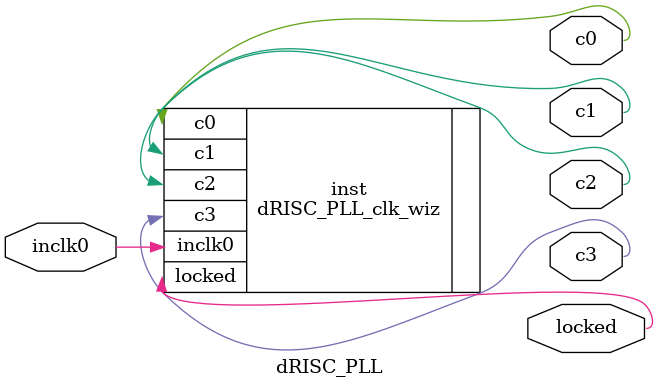
<source format=v>


`timescale 1ps/1ps

(* CORE_GENERATION_INFO = "dRISC_PLL,clk_wiz_v6_0_9_0_0,{component_name=dRISC_PLL,use_phase_alignment=false,use_min_o_jitter=false,use_max_i_jitter=false,use_dyn_phase_shift=false,use_inclk_switchover=false,use_dyn_reconfig=false,enable_axi=0,feedback_source=FDBK_ONCHIP,PRIMITIVE=MMCM,num_out_clk=4,clkin1_period=10.000,clkin2_period=10.000,use_power_down=false,use_reset=false,use_locked=true,use_inclk_stopped=false,feedback_type=SINGLE,CLOCK_MGR_TYPE=NA,manual_override=false}" *)

module dRISC_PLL 
 (
  // Clock out ports
  output        c0,
  output        c1,
  output        c2,
  output        c3,
  // Status and control signals
  output        locked,
 // Clock in ports
  input         inclk0
 );

  dRISC_PLL_clk_wiz inst
  (
  // Clock out ports  
  .c0(c0),
  .c1(c1),
  .c2(c2),
  .c3(c3),
  // Status and control signals               
  .locked(locked),
 // Clock in ports
  .inclk0(inclk0)
  );

endmodule

</source>
